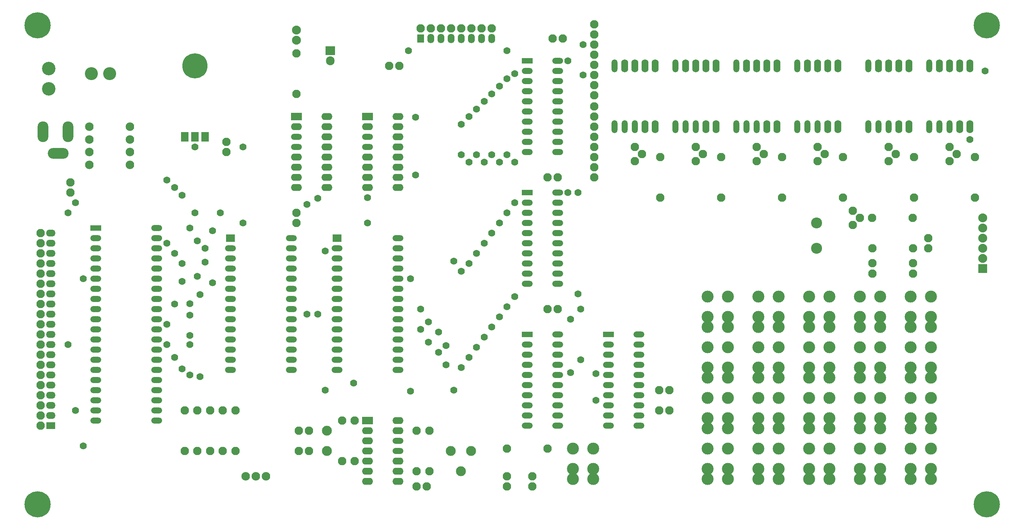
<source format=gbs>
G04 Layer_Color=16711935*
%FSLAX25Y25*%
%MOIN*%
G70*
G01*
G75*
%ADD56O,0.10600X0.20500*%
%ADD57O,0.20500X0.10600*%
%ADD58C,0.12800*%
%ADD59C,0.08400*%
%ADD60C,0.08800*%
%ADD61R,0.08800X0.08800*%
%ADD62C,0.09800*%
%ADD63O,0.08400X0.08800*%
%ADD64R,0.09300X0.08800*%
%ADD65C,0.13300*%
%ADD66C,0.08300*%
%ADD67C,0.10800*%
%ADD68R,0.10800X0.05800*%
%ADD69O,0.10800X0.05800*%
%ADD70R,0.08800X0.07300*%
%ADD71C,0.25800*%
%ADD72O,0.10800X0.06800*%
%ADD73R,0.10800X0.07800*%
%ADD74R,0.07800X0.09800*%
%ADD75C,0.24800*%
%ADD76R,0.06800X0.08300*%
%ADD77O,0.06800X0.09300*%
%ADD78O,0.09300X0.06800*%
%ADD79R,0.08800X0.06800*%
%ADD80O,0.05800X0.12800*%
%ADD81O,0.06800X0.12800*%
%ADD82C,0.11800*%
%ADD83C,0.07000*%
D56*
X634500Y770000D02*
D03*
X659100D02*
D03*
D57*
X649300Y748800D02*
D03*
D58*
X682000Y827500D02*
D03*
X700000D02*
D03*
D59*
X680000Y750000D02*
D03*
X720000D02*
D03*
Y762500D02*
D03*
X680000D02*
D03*
Y775000D02*
D03*
X720000D02*
D03*
X854000Y430000D02*
D03*
X844000D02*
D03*
X834000D02*
D03*
X720000Y737500D02*
D03*
X680000D02*
D03*
D60*
X1560000Y675000D02*
D03*
Y655000D02*
D03*
Y645000D02*
D03*
Y665000D02*
D03*
Y685000D02*
D03*
X884000Y870500D02*
D03*
Y860500D02*
D03*
D61*
X1560000Y635000D02*
D03*
D62*
X1056000Y455000D02*
D03*
X1036000D02*
D03*
X1046000Y435000D02*
D03*
X914000Y455000D02*
D03*
Y475000D02*
D03*
D63*
X917500Y840000D02*
D03*
D64*
Y850000D02*
D03*
D65*
X640000Y812500D02*
D03*
Y832500D02*
D03*
D66*
X824000Y455000D02*
D03*
Y495000D02*
D03*
X811500Y455000D02*
D03*
Y495000D02*
D03*
X799000Y455000D02*
D03*
Y495000D02*
D03*
X786500Y455000D02*
D03*
Y495000D02*
D03*
X774000Y455000D02*
D03*
Y495000D02*
D03*
X1451500Y630000D02*
D03*
X1491500D02*
D03*
X1002500Y435000D02*
D03*
Y475000D02*
D03*
X1491500Y640500D02*
D03*
X1451500D02*
D03*
X929000Y445000D02*
D03*
Y485000D02*
D03*
X941500Y445000D02*
D03*
Y485000D02*
D03*
X1015000Y435000D02*
D03*
Y475000D02*
D03*
X1131500Y457500D02*
D03*
X1091500D02*
D03*
X1432000Y692000D02*
D03*
Y678000D02*
D03*
X1439000Y685000D02*
D03*
X1451000D02*
D03*
X1491000D02*
D03*
X884000Y847500D02*
D03*
Y807500D02*
D03*
X1177500Y876000D02*
D03*
Y866000D02*
D03*
Y856000D02*
D03*
Y806000D02*
D03*
Y816000D02*
D03*
Y826000D02*
D03*
Y836000D02*
D03*
Y846000D02*
D03*
Y795000D02*
D03*
Y785000D02*
D03*
Y775000D02*
D03*
Y725000D02*
D03*
Y735000D02*
D03*
Y745000D02*
D03*
Y755000D02*
D03*
Y765000D02*
D03*
X1506500Y665000D02*
D03*
Y655000D02*
D03*
X1141500Y725000D02*
D03*
X1131500D02*
D03*
X815000Y760000D02*
D03*
Y750000D02*
D03*
X896500Y455000D02*
D03*
X886500D02*
D03*
Y475000D02*
D03*
X896500D02*
D03*
X1002500Y420000D02*
D03*
X1012500D02*
D03*
X1251500Y515000D02*
D03*
X1241500D02*
D03*
X1141500Y595000D02*
D03*
X1131500D02*
D03*
X884000Y690000D02*
D03*
Y680000D02*
D03*
X1091500Y430000D02*
D03*
Y420000D02*
D03*
X1076500Y872000D02*
D03*
X1066500D02*
D03*
X1056500D02*
D03*
X1046500D02*
D03*
X1036500D02*
D03*
X1026500D02*
D03*
X1016500D02*
D03*
X1006500D02*
D03*
X1241500Y495000D02*
D03*
X1251500D02*
D03*
X1116500Y420000D02*
D03*
Y430000D02*
D03*
X1146500Y862000D02*
D03*
X1136500D02*
D03*
X975500Y835000D02*
D03*
X985500D02*
D03*
X661500Y720000D02*
D03*
Y710000D02*
D03*
X632000Y670000D02*
D03*
Y660000D02*
D03*
Y650000D02*
D03*
Y640000D02*
D03*
Y630000D02*
D03*
Y620000D02*
D03*
Y610000D02*
D03*
Y600000D02*
D03*
Y590000D02*
D03*
Y580000D02*
D03*
Y570000D02*
D03*
Y560000D02*
D03*
Y550000D02*
D03*
Y540000D02*
D03*
Y530000D02*
D03*
Y520000D02*
D03*
Y510000D02*
D03*
Y500000D02*
D03*
Y490000D02*
D03*
Y480000D02*
D03*
X1451500Y655000D02*
D03*
X1491500D02*
D03*
X1552500Y705000D02*
D03*
Y745000D02*
D03*
X1534500Y748000D02*
D03*
X1527500Y741000D02*
D03*
Y755000D02*
D03*
X1492500Y745000D02*
D03*
Y705000D02*
D03*
X1467500Y755000D02*
D03*
Y741000D02*
D03*
X1474500Y748000D02*
D03*
X1422500Y745000D02*
D03*
Y705000D02*
D03*
X1404500Y748000D02*
D03*
X1397500Y741000D02*
D03*
Y755000D02*
D03*
X1362500Y745000D02*
D03*
Y705000D02*
D03*
X1337500Y755000D02*
D03*
Y741000D02*
D03*
X1344500Y748000D02*
D03*
X1302500Y745000D02*
D03*
Y705000D02*
D03*
X1284500Y748000D02*
D03*
X1277500Y741000D02*
D03*
Y755000D02*
D03*
X1242500Y745000D02*
D03*
Y705000D02*
D03*
X1217500Y755000D02*
D03*
Y741000D02*
D03*
X1224500Y748000D02*
D03*
D67*
X1396500Y680000D02*
D03*
Y655000D02*
D03*
D68*
X686500Y675000D02*
D03*
X1191500Y570000D02*
D03*
X1111500D02*
D03*
Y710000D02*
D03*
Y840000D02*
D03*
D69*
X686500Y665000D02*
D03*
Y655000D02*
D03*
Y645000D02*
D03*
Y635000D02*
D03*
Y625000D02*
D03*
Y615000D02*
D03*
Y605000D02*
D03*
Y595000D02*
D03*
Y585000D02*
D03*
Y575000D02*
D03*
Y565000D02*
D03*
Y555000D02*
D03*
Y545000D02*
D03*
Y535000D02*
D03*
Y525000D02*
D03*
Y515000D02*
D03*
Y505000D02*
D03*
Y495000D02*
D03*
Y485000D02*
D03*
X746500D02*
D03*
Y495000D02*
D03*
Y505000D02*
D03*
Y515000D02*
D03*
Y525000D02*
D03*
Y535000D02*
D03*
Y545000D02*
D03*
Y555000D02*
D03*
Y565000D02*
D03*
Y575000D02*
D03*
Y585000D02*
D03*
Y595000D02*
D03*
Y605000D02*
D03*
Y615000D02*
D03*
Y625000D02*
D03*
Y635000D02*
D03*
Y645000D02*
D03*
Y655000D02*
D03*
Y665000D02*
D03*
Y675000D02*
D03*
X924000Y655000D02*
D03*
Y645000D02*
D03*
Y635000D02*
D03*
Y625000D02*
D03*
Y615000D02*
D03*
Y605000D02*
D03*
Y595000D02*
D03*
Y585000D02*
D03*
Y575000D02*
D03*
Y565000D02*
D03*
Y555000D02*
D03*
Y545000D02*
D03*
Y535000D02*
D03*
X984000D02*
D03*
Y545000D02*
D03*
Y555000D02*
D03*
Y565000D02*
D03*
Y575000D02*
D03*
Y585000D02*
D03*
Y595000D02*
D03*
Y605000D02*
D03*
Y615000D02*
D03*
Y625000D02*
D03*
Y635000D02*
D03*
Y645000D02*
D03*
Y655000D02*
D03*
Y665000D02*
D03*
X879000D02*
D03*
Y655000D02*
D03*
Y645000D02*
D03*
Y635000D02*
D03*
Y625000D02*
D03*
Y615000D02*
D03*
Y605000D02*
D03*
Y595000D02*
D03*
Y585000D02*
D03*
Y575000D02*
D03*
Y565000D02*
D03*
Y555000D02*
D03*
Y545000D02*
D03*
Y535000D02*
D03*
X819000D02*
D03*
Y545000D02*
D03*
Y555000D02*
D03*
Y565000D02*
D03*
Y575000D02*
D03*
Y585000D02*
D03*
Y595000D02*
D03*
Y605000D02*
D03*
Y615000D02*
D03*
Y625000D02*
D03*
Y635000D02*
D03*
Y645000D02*
D03*
Y655000D02*
D03*
X1191500Y560000D02*
D03*
Y550000D02*
D03*
Y540000D02*
D03*
Y530000D02*
D03*
Y520000D02*
D03*
Y510000D02*
D03*
Y500000D02*
D03*
Y490000D02*
D03*
Y480000D02*
D03*
X1221500D02*
D03*
Y490000D02*
D03*
Y500000D02*
D03*
Y510000D02*
D03*
Y520000D02*
D03*
Y530000D02*
D03*
Y540000D02*
D03*
Y550000D02*
D03*
Y560000D02*
D03*
Y570000D02*
D03*
X1111500Y560000D02*
D03*
Y550000D02*
D03*
Y540000D02*
D03*
Y530000D02*
D03*
Y520000D02*
D03*
Y510000D02*
D03*
Y500000D02*
D03*
Y490000D02*
D03*
Y480000D02*
D03*
X1141500D02*
D03*
Y490000D02*
D03*
Y500000D02*
D03*
Y510000D02*
D03*
Y520000D02*
D03*
Y530000D02*
D03*
Y540000D02*
D03*
Y550000D02*
D03*
Y560000D02*
D03*
Y570000D02*
D03*
X1111500Y700000D02*
D03*
Y690000D02*
D03*
Y680000D02*
D03*
Y670000D02*
D03*
Y660000D02*
D03*
Y650000D02*
D03*
Y640000D02*
D03*
Y630000D02*
D03*
Y620000D02*
D03*
X1141500D02*
D03*
Y630000D02*
D03*
Y640000D02*
D03*
Y650000D02*
D03*
Y660000D02*
D03*
Y670000D02*
D03*
Y680000D02*
D03*
Y690000D02*
D03*
Y700000D02*
D03*
Y710000D02*
D03*
X1111500Y830000D02*
D03*
Y820000D02*
D03*
Y810000D02*
D03*
Y800000D02*
D03*
Y790000D02*
D03*
Y780000D02*
D03*
Y770000D02*
D03*
Y760000D02*
D03*
Y750000D02*
D03*
X1141500D02*
D03*
Y760000D02*
D03*
Y770000D02*
D03*
Y780000D02*
D03*
Y790000D02*
D03*
Y800000D02*
D03*
Y810000D02*
D03*
Y820000D02*
D03*
Y830000D02*
D03*
Y840000D02*
D03*
X984000Y465000D02*
D03*
Y455000D02*
D03*
X884000Y755000D02*
D03*
Y765000D02*
D03*
X954000Y755000D02*
D03*
Y765000D02*
D03*
D70*
X924000Y665000D02*
D03*
X819000D02*
D03*
D71*
X629000Y402500D02*
D03*
Y875000D02*
D03*
X1564000D02*
D03*
Y402500D02*
D03*
D72*
X984000Y485000D02*
D03*
Y475000D02*
D03*
Y445000D02*
D03*
Y435000D02*
D03*
Y425000D02*
D03*
X954000D02*
D03*
Y435000D02*
D03*
Y445000D02*
D03*
Y455000D02*
D03*
Y465000D02*
D03*
Y475000D02*
D03*
X914000Y785000D02*
D03*
Y775000D02*
D03*
Y765000D02*
D03*
Y755000D02*
D03*
Y745000D02*
D03*
Y735000D02*
D03*
Y725000D02*
D03*
Y715000D02*
D03*
X884000D02*
D03*
Y725000D02*
D03*
Y735000D02*
D03*
Y745000D02*
D03*
Y775000D02*
D03*
X984000Y785000D02*
D03*
Y775000D02*
D03*
Y765000D02*
D03*
Y755000D02*
D03*
Y745000D02*
D03*
Y735000D02*
D03*
Y725000D02*
D03*
Y715000D02*
D03*
X954000D02*
D03*
Y725000D02*
D03*
Y735000D02*
D03*
Y745000D02*
D03*
Y775000D02*
D03*
D73*
Y485000D02*
D03*
X884000Y785000D02*
D03*
X954000D02*
D03*
D74*
X774000Y765000D02*
D03*
X784000D02*
D03*
X794000D02*
D03*
D75*
X784000Y835000D02*
D03*
D76*
X1006500Y862000D02*
D03*
D77*
X1076500D02*
D03*
X1066500D02*
D03*
X1056500D02*
D03*
X1046500D02*
D03*
X1036500D02*
D03*
X1026500D02*
D03*
X1016500D02*
D03*
D78*
X642000Y670000D02*
D03*
Y660000D02*
D03*
Y650000D02*
D03*
Y640000D02*
D03*
Y630000D02*
D03*
Y620000D02*
D03*
Y610000D02*
D03*
Y600000D02*
D03*
Y590000D02*
D03*
Y580000D02*
D03*
Y570000D02*
D03*
Y560000D02*
D03*
Y550000D02*
D03*
Y540000D02*
D03*
Y530000D02*
D03*
Y520000D02*
D03*
Y510000D02*
D03*
Y500000D02*
D03*
Y490000D02*
D03*
D79*
Y480000D02*
D03*
D80*
X1197500Y835000D02*
D03*
X1217500Y775000D02*
D03*
X1207500D02*
D03*
X1197500D02*
D03*
X1257500D02*
D03*
X1267500D02*
D03*
X1277500D02*
D03*
X1257500Y835000D02*
D03*
X1317500D02*
D03*
X1337500Y775000D02*
D03*
X1327500D02*
D03*
X1317500D02*
D03*
X1377500D02*
D03*
X1387500D02*
D03*
X1397500D02*
D03*
X1377500Y835000D02*
D03*
X1447500D02*
D03*
X1467500Y775000D02*
D03*
X1457500D02*
D03*
X1447500D02*
D03*
X1507500D02*
D03*
X1517500D02*
D03*
X1527500D02*
D03*
X1507500Y835000D02*
D03*
D81*
X1207500D02*
D03*
X1217500D02*
D03*
X1227500D02*
D03*
X1237500D02*
D03*
Y775000D02*
D03*
X1227500D02*
D03*
X1287500D02*
D03*
X1297500D02*
D03*
Y835000D02*
D03*
X1287500D02*
D03*
X1277500D02*
D03*
X1267500D02*
D03*
X1327500D02*
D03*
X1337500D02*
D03*
X1347500D02*
D03*
X1357500D02*
D03*
Y775000D02*
D03*
X1347500D02*
D03*
X1407500D02*
D03*
X1417500D02*
D03*
Y835000D02*
D03*
X1407500D02*
D03*
X1397500D02*
D03*
X1387500D02*
D03*
X1457500D02*
D03*
X1467500D02*
D03*
X1477500D02*
D03*
X1487500D02*
D03*
Y775000D02*
D03*
X1477500D02*
D03*
X1537500D02*
D03*
X1547500D02*
D03*
Y835000D02*
D03*
X1537500D02*
D03*
X1527500D02*
D03*
X1517500D02*
D03*
D82*
X1289000Y587500D02*
D03*
X1309000D02*
D03*
Y607500D02*
D03*
X1289000D02*
D03*
Y577500D02*
D03*
X1309000D02*
D03*
X1359000D02*
D03*
X1339000D02*
D03*
Y607500D02*
D03*
X1359000D02*
D03*
Y587500D02*
D03*
X1339000D02*
D03*
X1389000D02*
D03*
X1409000D02*
D03*
Y607500D02*
D03*
X1389000D02*
D03*
Y577500D02*
D03*
X1409000D02*
D03*
X1459000D02*
D03*
X1439000D02*
D03*
Y607500D02*
D03*
X1459000D02*
D03*
Y587500D02*
D03*
X1439000D02*
D03*
X1489000D02*
D03*
X1509000D02*
D03*
Y607500D02*
D03*
X1489000D02*
D03*
Y577500D02*
D03*
X1509000D02*
D03*
X1309000Y527500D02*
D03*
X1289000D02*
D03*
Y557500D02*
D03*
X1309000D02*
D03*
Y537500D02*
D03*
X1289000D02*
D03*
X1339000D02*
D03*
X1359000D02*
D03*
Y557500D02*
D03*
X1339000D02*
D03*
Y527500D02*
D03*
X1359000D02*
D03*
X1409000D02*
D03*
X1389000D02*
D03*
Y557500D02*
D03*
X1409000D02*
D03*
Y537500D02*
D03*
X1389000D02*
D03*
X1439000D02*
D03*
X1459000D02*
D03*
Y557500D02*
D03*
X1439000D02*
D03*
Y527500D02*
D03*
X1459000D02*
D03*
X1509000D02*
D03*
X1489000D02*
D03*
Y557500D02*
D03*
X1509000D02*
D03*
Y537500D02*
D03*
X1489000D02*
D03*
X1289000Y487500D02*
D03*
X1309000D02*
D03*
Y507500D02*
D03*
X1289000D02*
D03*
Y477500D02*
D03*
X1309000D02*
D03*
X1359000D02*
D03*
X1339000D02*
D03*
Y507500D02*
D03*
X1359000D02*
D03*
Y487500D02*
D03*
X1339000D02*
D03*
X1389000D02*
D03*
X1409000D02*
D03*
Y507500D02*
D03*
X1389000D02*
D03*
Y477500D02*
D03*
X1409000D02*
D03*
X1459000D02*
D03*
X1439000D02*
D03*
Y507500D02*
D03*
X1459000D02*
D03*
Y487500D02*
D03*
X1439000D02*
D03*
X1489000D02*
D03*
X1509000D02*
D03*
Y507500D02*
D03*
X1489000D02*
D03*
Y477500D02*
D03*
X1509000D02*
D03*
X1309000Y427500D02*
D03*
X1289000D02*
D03*
Y457500D02*
D03*
X1309000D02*
D03*
Y437500D02*
D03*
X1289000D02*
D03*
X1339000D02*
D03*
X1359000D02*
D03*
Y457500D02*
D03*
X1339000D02*
D03*
Y427500D02*
D03*
X1359000D02*
D03*
X1409000D02*
D03*
X1389000D02*
D03*
Y457500D02*
D03*
X1409000D02*
D03*
Y437500D02*
D03*
X1389000D02*
D03*
X1439000D02*
D03*
X1459000D02*
D03*
Y457500D02*
D03*
X1439000D02*
D03*
Y427500D02*
D03*
X1459000D02*
D03*
X1509000D02*
D03*
X1489000D02*
D03*
Y457500D02*
D03*
X1509000D02*
D03*
Y437500D02*
D03*
X1489000D02*
D03*
X1176500Y427500D02*
D03*
X1156500D02*
D03*
Y457500D02*
D03*
X1176500D02*
D03*
Y437500D02*
D03*
X1156500D02*
D03*
D83*
X1547500Y762500D02*
D03*
X666500Y700000D02*
D03*
Y495000D02*
D03*
X659000Y560000D02*
D03*
Y690000D02*
D03*
X674000Y625000D02*
D03*
Y460000D02*
D03*
X764000Y715000D02*
D03*
Y650000D02*
D03*
Y600000D02*
D03*
Y547500D02*
D03*
X756500Y722500D02*
D03*
Y660000D02*
D03*
Y580000D02*
D03*
Y560000D02*
D03*
X789000Y609500D02*
D03*
Y528500D02*
D03*
X794000Y641500D02*
D03*
Y655000D02*
D03*
X786500Y662500D02*
D03*
Y627500D02*
D03*
X784000Y690000D02*
D03*
Y755000D02*
D03*
X779000Y675000D02*
D03*
Y600500D02*
D03*
Y560000D02*
D03*
Y530000D02*
D03*
Y589000D02*
D03*
Y569000D02*
D03*
X771500Y707500D02*
D03*
Y640000D02*
D03*
Y622500D02*
D03*
Y536000D02*
D03*
X831500Y755000D02*
D03*
Y680000D02*
D03*
X809000Y690000D02*
D03*
X801500Y672500D02*
D03*
Y621000D02*
D03*
X894500Y590000D02*
D03*
Y698500D02*
D03*
X912500Y515000D02*
D03*
Y652500D02*
D03*
X905000Y590000D02*
D03*
Y704500D02*
D03*
X940500Y522000D02*
D03*
X954000Y680000D02*
D03*
Y705000D02*
D03*
X1014000Y582500D02*
D03*
Y562500D02*
D03*
X1006500Y575000D02*
D03*
Y595000D02*
D03*
X1001500Y727500D02*
D03*
Y784500D02*
D03*
X996500Y625000D02*
D03*
Y514000D02*
D03*
X1039000Y515000D02*
D03*
Y642500D02*
D03*
X1046500Y537500D02*
D03*
Y632500D02*
D03*
Y777500D02*
D03*
Y747500D02*
D03*
X1054000Y785000D02*
D03*
Y740000D02*
D03*
Y547500D02*
D03*
Y640000D02*
D03*
X1031500Y540000D02*
D03*
Y559000D02*
D03*
X1024000Y572500D02*
D03*
Y552500D02*
D03*
X1084000Y815000D02*
D03*
Y587500D02*
D03*
Y680000D02*
D03*
Y740000D02*
D03*
X1069000Y567500D02*
D03*
Y660000D02*
D03*
Y740000D02*
D03*
Y800000D02*
D03*
X1076500Y807500D02*
D03*
Y577500D02*
D03*
Y670000D02*
D03*
Y747500D02*
D03*
X1061500Y557500D02*
D03*
Y650000D02*
D03*
Y747500D02*
D03*
Y792500D02*
D03*
X1099000Y607500D02*
D03*
Y700000D02*
D03*
Y740000D02*
D03*
Y827500D02*
D03*
X1091500Y850000D02*
D03*
Y597500D02*
D03*
Y690000D02*
D03*
Y747500D02*
D03*
Y822500D02*
D03*
X1151500Y710000D02*
D03*
Y840000D02*
D03*
X1164000Y595000D02*
D03*
Y545000D02*
D03*
X1179000Y505000D02*
D03*
Y531500D02*
D03*
X1161500Y710000D02*
D03*
Y610000D02*
D03*
X1154000Y585000D02*
D03*
Y532500D02*
D03*
X1166500Y826000D02*
D03*
Y856000D02*
D03*
X994500Y850000D02*
D03*
X1562500Y830000D02*
D03*
M02*

</source>
